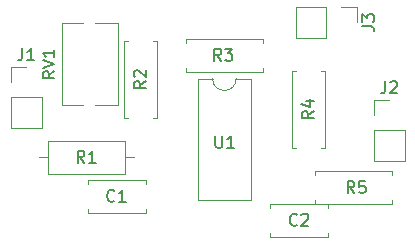
<source format=gbr>
%TF.GenerationSoftware,KiCad,Pcbnew,(5.1.12)-1*%
%TF.CreationDate,2022-02-01T21:13:27-05:00*%
%TF.ProjectId,Lobotomizer-LPF,4c6f626f-746f-46d6-997a-65722d4c5046,rev?*%
%TF.SameCoordinates,Original*%
%TF.FileFunction,Legend,Top*%
%TF.FilePolarity,Positive*%
%FSLAX46Y46*%
G04 Gerber Fmt 4.6, Leading zero omitted, Abs format (unit mm)*
G04 Created by KiCad (PCBNEW (5.1.12)-1) date 2022-02-01 21:13:27*
%MOMM*%
%LPD*%
G01*
G04 APERTURE LIST*
%ADD10C,0.120000*%
%ADD11C,0.150000*%
G04 APERTURE END LIST*
D10*
%TO.C,R4*%
X142216000Y-76676000D02*
X141886000Y-76676000D01*
X141886000Y-76676000D02*
X141886000Y-70136000D01*
X141886000Y-70136000D02*
X142216000Y-70136000D01*
X144296000Y-76676000D02*
X144626000Y-76676000D01*
X144626000Y-76676000D02*
X144626000Y-70136000D01*
X144626000Y-70136000D02*
X144296000Y-70136000D01*
%TO.C,R1*%
X127730000Y-78840000D02*
X127730000Y-76100000D01*
X127730000Y-76100000D02*
X121190000Y-76100000D01*
X121190000Y-76100000D02*
X121190000Y-78840000D01*
X121190000Y-78840000D02*
X127730000Y-78840000D01*
X128500000Y-77470000D02*
X127730000Y-77470000D01*
X120420000Y-77470000D02*
X121190000Y-77470000D01*
%TO.C,U1*%
X137144000Y-70806000D02*
G75*
G02*
X135144000Y-70806000I-1000000J0D01*
G01*
X135144000Y-70806000D02*
X133894000Y-70806000D01*
X133894000Y-70806000D02*
X133894000Y-81086000D01*
X133894000Y-81086000D02*
X138394000Y-81086000D01*
X138394000Y-81086000D02*
X138394000Y-70806000D01*
X138394000Y-70806000D02*
X137144000Y-70806000D01*
%TO.C,RV1*%
X122434000Y-73071000D02*
X122434000Y-66121000D01*
X127174000Y-73071000D02*
X127174000Y-66121000D01*
X122434000Y-73071000D02*
X124220000Y-73071000D01*
X125210000Y-73071000D02*
X127174000Y-73071000D01*
X122434000Y-66121000D02*
X124220000Y-66121000D01*
X125210000Y-66121000D02*
X127174000Y-66121000D01*
%TO.C,R5*%
X150336000Y-81050000D02*
X150336000Y-81380000D01*
X150336000Y-81380000D02*
X143796000Y-81380000D01*
X143796000Y-81380000D02*
X143796000Y-81050000D01*
X150336000Y-78970000D02*
X150336000Y-78640000D01*
X150336000Y-78640000D02*
X143796000Y-78640000D01*
X143796000Y-78640000D02*
X143796000Y-78970000D01*
%TO.C,R3*%
X139414000Y-69874000D02*
X139414000Y-70204000D01*
X139414000Y-70204000D02*
X132874000Y-70204000D01*
X132874000Y-70204000D02*
X132874000Y-69874000D01*
X139414000Y-67794000D02*
X139414000Y-67464000D01*
X139414000Y-67464000D02*
X132874000Y-67464000D01*
X132874000Y-67464000D02*
X132874000Y-67794000D01*
%TO.C,R2*%
X127992000Y-74136000D02*
X127662000Y-74136000D01*
X127662000Y-74136000D02*
X127662000Y-67596000D01*
X127662000Y-67596000D02*
X127992000Y-67596000D01*
X130072000Y-74136000D02*
X130402000Y-74136000D01*
X130402000Y-74136000D02*
X130402000Y-67596000D01*
X130402000Y-67596000D02*
X130072000Y-67596000D01*
%TO.C,J3*%
X142180000Y-64710000D02*
X142180000Y-67370000D01*
X144780000Y-64710000D02*
X142180000Y-64710000D01*
X144780000Y-67370000D02*
X142180000Y-67370000D01*
X144780000Y-64710000D02*
X144780000Y-67370000D01*
X146050000Y-64710000D02*
X147380000Y-64710000D01*
X147380000Y-64710000D02*
X147380000Y-66040000D01*
%TO.C,J2*%
X148784000Y-77784000D02*
X151444000Y-77784000D01*
X148784000Y-75184000D02*
X148784000Y-77784000D01*
X151444000Y-75184000D02*
X151444000Y-77784000D01*
X148784000Y-75184000D02*
X151444000Y-75184000D01*
X148784000Y-73914000D02*
X148784000Y-72584000D01*
X148784000Y-72584000D02*
X150114000Y-72584000D01*
%TO.C,J1*%
X118050000Y-74990000D02*
X120710000Y-74990000D01*
X118050000Y-72390000D02*
X118050000Y-74990000D01*
X120710000Y-72390000D02*
X120710000Y-74990000D01*
X118050000Y-72390000D02*
X120710000Y-72390000D01*
X118050000Y-71120000D02*
X118050000Y-69790000D01*
X118050000Y-69790000D02*
X119380000Y-69790000D01*
%TO.C,C2*%
X139984000Y-81434000D02*
X144924000Y-81434000D01*
X139984000Y-84174000D02*
X144924000Y-84174000D01*
X139984000Y-81434000D02*
X139984000Y-81749000D01*
X139984000Y-83859000D02*
X139984000Y-84174000D01*
X144924000Y-81434000D02*
X144924000Y-81749000D01*
X144924000Y-83859000D02*
X144924000Y-84174000D01*
%TO.C,C1*%
X129510000Y-82142000D02*
X124570000Y-82142000D01*
X129510000Y-79402000D02*
X124570000Y-79402000D01*
X129510000Y-82142000D02*
X129510000Y-81827000D01*
X129510000Y-79717000D02*
X129510000Y-79402000D01*
X124570000Y-82142000D02*
X124570000Y-81827000D01*
X124570000Y-79717000D02*
X124570000Y-79402000D01*
%TO.C,R4*%
D11*
X143708380Y-73572666D02*
X143232190Y-73906000D01*
X143708380Y-74144095D02*
X142708380Y-74144095D01*
X142708380Y-73763142D01*
X142756000Y-73667904D01*
X142803619Y-73620285D01*
X142898857Y-73572666D01*
X143041714Y-73572666D01*
X143136952Y-73620285D01*
X143184571Y-73667904D01*
X143232190Y-73763142D01*
X143232190Y-74144095D01*
X143041714Y-72715523D02*
X143708380Y-72715523D01*
X142660761Y-72953619D02*
X143375047Y-73191714D01*
X143375047Y-72572666D01*
%TO.C,R1*%
X124293333Y-77922380D02*
X123960000Y-77446190D01*
X123721904Y-77922380D02*
X123721904Y-76922380D01*
X124102857Y-76922380D01*
X124198095Y-76970000D01*
X124245714Y-77017619D01*
X124293333Y-77112857D01*
X124293333Y-77255714D01*
X124245714Y-77350952D01*
X124198095Y-77398571D01*
X124102857Y-77446190D01*
X123721904Y-77446190D01*
X125245714Y-77922380D02*
X124674285Y-77922380D01*
X124960000Y-77922380D02*
X124960000Y-76922380D01*
X124864761Y-77065238D01*
X124769523Y-77160476D01*
X124674285Y-77208095D01*
%TO.C,U1*%
X135382095Y-75652380D02*
X135382095Y-76461904D01*
X135429714Y-76557142D01*
X135477333Y-76604761D01*
X135572571Y-76652380D01*
X135763047Y-76652380D01*
X135858285Y-76604761D01*
X135905904Y-76557142D01*
X135953523Y-76461904D01*
X135953523Y-75652380D01*
X136953523Y-76652380D02*
X136382095Y-76652380D01*
X136667809Y-76652380D02*
X136667809Y-75652380D01*
X136572571Y-75795238D01*
X136477333Y-75890476D01*
X136382095Y-75938095D01*
%TO.C,RV1*%
X121756380Y-70191238D02*
X121280190Y-70524571D01*
X121756380Y-70762666D02*
X120756380Y-70762666D01*
X120756380Y-70381714D01*
X120804000Y-70286476D01*
X120851619Y-70238857D01*
X120946857Y-70191238D01*
X121089714Y-70191238D01*
X121184952Y-70238857D01*
X121232571Y-70286476D01*
X121280190Y-70381714D01*
X121280190Y-70762666D01*
X120756380Y-69905523D02*
X121756380Y-69572190D01*
X120756380Y-69238857D01*
X121756380Y-68381714D02*
X121756380Y-68953142D01*
X121756380Y-68667428D02*
X120756380Y-68667428D01*
X120899238Y-68762666D01*
X120994476Y-68857904D01*
X121042095Y-68953142D01*
%TO.C,R5*%
X147153333Y-80476380D02*
X146820000Y-80000190D01*
X146581904Y-80476380D02*
X146581904Y-79476380D01*
X146962857Y-79476380D01*
X147058095Y-79524000D01*
X147105714Y-79571619D01*
X147153333Y-79666857D01*
X147153333Y-79809714D01*
X147105714Y-79904952D01*
X147058095Y-79952571D01*
X146962857Y-80000190D01*
X146581904Y-80000190D01*
X148058095Y-79476380D02*
X147581904Y-79476380D01*
X147534285Y-79952571D01*
X147581904Y-79904952D01*
X147677142Y-79857333D01*
X147915238Y-79857333D01*
X148010476Y-79904952D01*
X148058095Y-79952571D01*
X148105714Y-80047809D01*
X148105714Y-80285904D01*
X148058095Y-80381142D01*
X148010476Y-80428761D01*
X147915238Y-80476380D01*
X147677142Y-80476380D01*
X147581904Y-80428761D01*
X147534285Y-80381142D01*
%TO.C,R3*%
X135875333Y-69286380D02*
X135542000Y-68810190D01*
X135303904Y-69286380D02*
X135303904Y-68286380D01*
X135684857Y-68286380D01*
X135780095Y-68334000D01*
X135827714Y-68381619D01*
X135875333Y-68476857D01*
X135875333Y-68619714D01*
X135827714Y-68714952D01*
X135780095Y-68762571D01*
X135684857Y-68810190D01*
X135303904Y-68810190D01*
X136208666Y-68286380D02*
X136827714Y-68286380D01*
X136494380Y-68667333D01*
X136637238Y-68667333D01*
X136732476Y-68714952D01*
X136780095Y-68762571D01*
X136827714Y-68857809D01*
X136827714Y-69095904D01*
X136780095Y-69191142D01*
X136732476Y-69238761D01*
X136637238Y-69286380D01*
X136351523Y-69286380D01*
X136256285Y-69238761D01*
X136208666Y-69191142D01*
%TO.C,R2*%
X129484380Y-71032666D02*
X129008190Y-71366000D01*
X129484380Y-71604095D02*
X128484380Y-71604095D01*
X128484380Y-71223142D01*
X128532000Y-71127904D01*
X128579619Y-71080285D01*
X128674857Y-71032666D01*
X128817714Y-71032666D01*
X128912952Y-71080285D01*
X128960571Y-71127904D01*
X129008190Y-71223142D01*
X129008190Y-71604095D01*
X128579619Y-70651714D02*
X128532000Y-70604095D01*
X128484380Y-70508857D01*
X128484380Y-70270761D01*
X128532000Y-70175523D01*
X128579619Y-70127904D01*
X128674857Y-70080285D01*
X128770095Y-70080285D01*
X128912952Y-70127904D01*
X129484380Y-70699333D01*
X129484380Y-70080285D01*
%TO.C,J3*%
X147832380Y-66373333D02*
X148546666Y-66373333D01*
X148689523Y-66420952D01*
X148784761Y-66516190D01*
X148832380Y-66659047D01*
X148832380Y-66754285D01*
X147832380Y-65992380D02*
X147832380Y-65373333D01*
X148213333Y-65706666D01*
X148213333Y-65563809D01*
X148260952Y-65468571D01*
X148308571Y-65420952D01*
X148403809Y-65373333D01*
X148641904Y-65373333D01*
X148737142Y-65420952D01*
X148784761Y-65468571D01*
X148832380Y-65563809D01*
X148832380Y-65849523D01*
X148784761Y-65944761D01*
X148737142Y-65992380D01*
%TO.C,J2*%
X149780666Y-71036380D02*
X149780666Y-71750666D01*
X149733047Y-71893523D01*
X149637809Y-71988761D01*
X149494952Y-72036380D01*
X149399714Y-72036380D01*
X150209238Y-71131619D02*
X150256857Y-71084000D01*
X150352095Y-71036380D01*
X150590190Y-71036380D01*
X150685428Y-71084000D01*
X150733047Y-71131619D01*
X150780666Y-71226857D01*
X150780666Y-71322095D01*
X150733047Y-71464952D01*
X150161619Y-72036380D01*
X150780666Y-72036380D01*
%TO.C,J1*%
X119046666Y-68242380D02*
X119046666Y-68956666D01*
X118999047Y-69099523D01*
X118903809Y-69194761D01*
X118760952Y-69242380D01*
X118665714Y-69242380D01*
X120046666Y-69242380D02*
X119475238Y-69242380D01*
X119760952Y-69242380D02*
X119760952Y-68242380D01*
X119665714Y-68385238D01*
X119570476Y-68480476D01*
X119475238Y-68528095D01*
%TO.C,C2*%
X142287333Y-83161142D02*
X142239714Y-83208761D01*
X142096857Y-83256380D01*
X142001619Y-83256380D01*
X141858761Y-83208761D01*
X141763523Y-83113523D01*
X141715904Y-83018285D01*
X141668285Y-82827809D01*
X141668285Y-82684952D01*
X141715904Y-82494476D01*
X141763523Y-82399238D01*
X141858761Y-82304000D01*
X142001619Y-82256380D01*
X142096857Y-82256380D01*
X142239714Y-82304000D01*
X142287333Y-82351619D01*
X142668285Y-82351619D02*
X142715904Y-82304000D01*
X142811142Y-82256380D01*
X143049238Y-82256380D01*
X143144476Y-82304000D01*
X143192095Y-82351619D01*
X143239714Y-82446857D01*
X143239714Y-82542095D01*
X143192095Y-82684952D01*
X142620666Y-83256380D01*
X143239714Y-83256380D01*
%TO.C,C1*%
X126833333Y-81129142D02*
X126785714Y-81176761D01*
X126642857Y-81224380D01*
X126547619Y-81224380D01*
X126404761Y-81176761D01*
X126309523Y-81081523D01*
X126261904Y-80986285D01*
X126214285Y-80795809D01*
X126214285Y-80652952D01*
X126261904Y-80462476D01*
X126309523Y-80367238D01*
X126404761Y-80272000D01*
X126547619Y-80224380D01*
X126642857Y-80224380D01*
X126785714Y-80272000D01*
X126833333Y-80319619D01*
X127785714Y-81224380D02*
X127214285Y-81224380D01*
X127500000Y-81224380D02*
X127500000Y-80224380D01*
X127404761Y-80367238D01*
X127309523Y-80462476D01*
X127214285Y-80510095D01*
%TD*%
M02*

</source>
